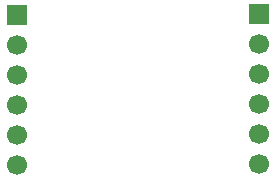
<source format=gbs>
G04 #@! TF.GenerationSoftware,KiCad,Pcbnew,9.0.1*
G04 #@! TF.CreationDate,2025-08-23T10:31:58+05:00*
G04 #@! TF.ProjectId,motor_driver,6d6f746f-725f-4647-9269-7665722e6b69,rev?*
G04 #@! TF.SameCoordinates,Original*
G04 #@! TF.FileFunction,Soldermask,Bot*
G04 #@! TF.FilePolarity,Negative*
%FSLAX46Y46*%
G04 Gerber Fmt 4.6, Leading zero omitted, Abs format (unit mm)*
G04 Created by KiCad (PCBNEW 9.0.1) date 2025-08-23 10:31:58*
%MOMM*%
%LPD*%
G01*
G04 APERTURE LIST*
%ADD10R,1.700000X1.700000*%
%ADD11C,1.700000*%
G04 APERTURE END LIST*
D10*
X148450000Y-89540000D03*
D11*
X148450000Y-92080000D03*
X148450000Y-94620000D03*
X148450000Y-97160000D03*
X148450000Y-99700000D03*
X148450000Y-102240000D03*
D10*
X168950000Y-89520000D03*
D11*
X168950000Y-92060000D03*
X168950000Y-94600000D03*
X168950000Y-97140000D03*
X168950000Y-99680000D03*
X168950000Y-102220000D03*
M02*

</source>
